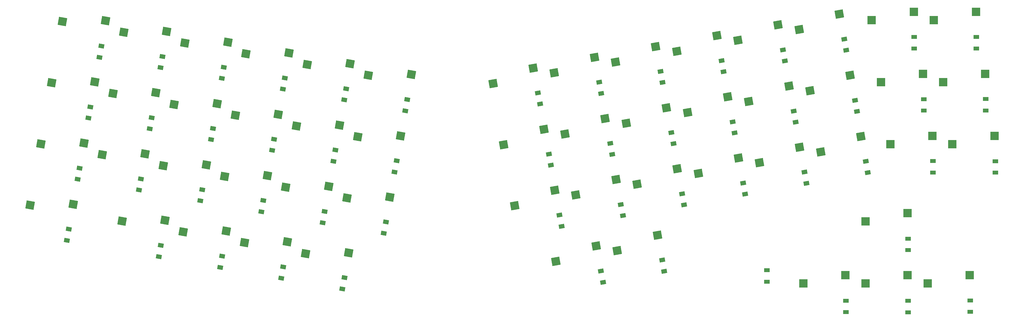
<source format=gbr>
%TF.GenerationSoftware,KiCad,Pcbnew,(6.0.9-0)*%
%TF.CreationDate,2023-02-13T21:26:21+01:00*%
%TF.ProjectId,pcb,7063622e-6b69-4636-9164-5f7063625858,rev?*%
%TF.SameCoordinates,Original*%
%TF.FileFunction,Paste,Bot*%
%TF.FilePolarity,Positive*%
%FSLAX46Y46*%
G04 Gerber Fmt 4.6, Leading zero omitted, Abs format (unit mm)*
G04 Created by KiCad (PCBNEW (6.0.9-0)) date 2023-02-13 21:26:21*
%MOMM*%
%LPD*%
G01*
G04 APERTURE LIST*
G04 Aperture macros list*
%AMRotRect*
0 Rectangle, with rotation*
0 The origin of the aperture is its center*
0 $1 length*
0 $2 width*
0 $3 Rotation angle, in degrees counterclockwise*
0 Add horizontal line*
21,1,$1,$2,0,0,$3*%
G04 Aperture macros list end*
%ADD10RotRect,2.550000X2.500000X10.000000*%
%ADD11R,2.550000X2.500000*%
%ADD12RotRect,2.550000X2.500000X350.000000*%
%ADD13RotRect,1.300000X1.700000X100.000000*%
%ADD14RotRect,1.300000X1.700000X80.000000*%
%ADD15R,1.700000X1.300000*%
G04 APERTURE END LIST*
D10*
%TO.C,MX40*%
X303284531Y-68517926D03*
X315574074Y-63771764D03*
%TD*%
D11*
%TO.C,MX42*%
X343638200Y-66141600D03*
X356565200Y-63601600D03*
%TD*%
%TO.C,MX53*%
X336069000Y-108966000D03*
X348996000Y-106426000D03*
%TD*%
D12*
%TO.C,MX16*%
X86387063Y-50634451D03*
X99558740Y-50377789D03*
%TD*%
%TO.C,MX32*%
X120595783Y-76054771D03*
X133767460Y-75798109D03*
%TD*%
D11*
%TO.C,MX13*%
X318898600Y-28041600D03*
X331825600Y-25501600D03*
%TD*%
D12*
%TO.C,MX15*%
X67631703Y-47322291D03*
X80803380Y-47065629D03*
%TD*%
%TO.C,MX17*%
X105142423Y-53946611D03*
X118314100Y-53689949D03*
%TD*%
D11*
%TO.C,MX52*%
X317019000Y-108966000D03*
X329946000Y-106426000D03*
%TD*%
D10*
%TO.C,MX21*%
X206154931Y-66333526D03*
X218444474Y-61587364D03*
%TD*%
D12*
%TO.C,MX1*%
X70933703Y-28526291D03*
X84105380Y-28269629D03*
%TD*%
%TO.C,MX47*%
X145457302Y-99747890D03*
X158628979Y-99491228D03*
%TD*%
D11*
%TO.C,MX28*%
X340793400Y-47091600D03*
X353720400Y-44551600D03*
%TD*%
D10*
%TO.C,MX8*%
X221659091Y-44225366D03*
X233948634Y-39479204D03*
%TD*%
D12*
%TO.C,MX20*%
X161408503Y-63883091D03*
X174580180Y-63626429D03*
%TD*%
D11*
%TO.C,MX51*%
X297969000Y-108966000D03*
X310896000Y-106426000D03*
%TD*%
D12*
%TO.C,MX5*%
X145914503Y-41734291D03*
X159086180Y-41477629D03*
%TD*%
D10*
%TO.C,MX39*%
X284529171Y-71830086D03*
X296818714Y-67083924D03*
%TD*%
D11*
%TO.C,MX41*%
X324639000Y-66141600D03*
X337566000Y-63601600D03*
%TD*%
D12*
%TO.C,MX29*%
X64329703Y-66118291D03*
X77501380Y-65861629D03*
%TD*%
D11*
%TO.C,MX14*%
X337948600Y-28041600D03*
X350875600Y-25501600D03*
%TD*%
D10*
%TO.C,MX7*%
X202903731Y-47537526D03*
X215193274Y-42791364D03*
%TD*%
%TO.C,MX9*%
X240414451Y-40913206D03*
X252703994Y-36167044D03*
%TD*%
%TO.C,MX11*%
X277925171Y-34288886D03*
X290214714Y-29542724D03*
%TD*%
%TO.C,MX35*%
X209507731Y-85078726D03*
X221797274Y-80332564D03*
%TD*%
%TO.C,MX22*%
X224930611Y-63021366D03*
X237220154Y-58275204D03*
%TD*%
D12*
%TO.C,MX31*%
X101840423Y-72742611D03*
X115012100Y-72485949D03*
%TD*%
D10*
%TO.C,MX26*%
X300033331Y-49772726D03*
X312322874Y-45026564D03*
%TD*%
%TO.C,MX12*%
X296680531Y-30976726D03*
X308970074Y-26230564D03*
%TD*%
%TO.C,MX48*%
X222156931Y-102147526D03*
X234446474Y-97401364D03*
%TD*%
%TO.C,MX10*%
X259169811Y-37601046D03*
X271459354Y-32854884D03*
%TD*%
%TO.C,MX23*%
X243706291Y-59709206D03*
X255995834Y-54963044D03*
%TD*%
%TO.C,MX25*%
X281257651Y-53084886D03*
X293547194Y-48338724D03*
%TD*%
D12*
%TO.C,MX44*%
X89170903Y-89791091D03*
X102342580Y-89534429D03*
%TD*%
D11*
%TO.C,MX50*%
X317019000Y-89916000D03*
X329946000Y-87376000D03*
%TD*%
D12*
%TO.C,MX34*%
X158106503Y-82679091D03*
X171278180Y-82422429D03*
%TD*%
%TO.C,MX46*%
X126695169Y-96428957D03*
X139866846Y-96172295D03*
%TD*%
%TO.C,MX2*%
X89678903Y-31828291D03*
X102850580Y-31571629D03*
%TD*%
%TO.C,MX6*%
X164659703Y-45036291D03*
X177831380Y-44779629D03*
%TD*%
D10*
%TO.C,MX37*%
X247018451Y-78454406D03*
X259307994Y-73708244D03*
%TD*%
%TO.C,MX36*%
X228263091Y-81766566D03*
X240552634Y-77020404D03*
%TD*%
D12*
%TO.C,MX19*%
X142653143Y-60570931D03*
X155824820Y-60314269D03*
%TD*%
%TO.C,MX4*%
X127169303Y-38432291D03*
X140340980Y-38175629D03*
%TD*%
D10*
%TO.C,MX38*%
X265773811Y-75142246D03*
X278063354Y-70396084D03*
%TD*%
%TO.C,MX24*%
X262481971Y-56397046D03*
X274771514Y-51650884D03*
%TD*%
D12*
%TO.C,MX3*%
X108424103Y-35130291D03*
X121595780Y-34873629D03*
%TD*%
%TO.C,MX43*%
X61027703Y-84863491D03*
X74199380Y-84606829D03*
%TD*%
%TO.C,MX45*%
X107933036Y-93110024D03*
X121104713Y-92853362D03*
%TD*%
D11*
%TO.C,MX27*%
X321743400Y-47117000D03*
X334670400Y-44577000D03*
%TD*%
D12*
%TO.C,MX30*%
X83085063Y-69430451D03*
X96256740Y-69173789D03*
%TD*%
%TO.C,MX33*%
X139351143Y-79366931D03*
X152522820Y-79110269D03*
%TD*%
D10*
%TO.C,MX49*%
X240952931Y-98845526D03*
X253242474Y-94099364D03*
%TD*%
D12*
%TO.C,MX18*%
X123897783Y-57258771D03*
X137069460Y-57002109D03*
%TD*%
D13*
%TO.C,D7*%
X217270684Y-53844214D03*
X216662916Y-50397386D03*
%TD*%
D14*
%TO.C,D15*%
X78893316Y-58162214D03*
X79501084Y-54715386D03*
%TD*%
%TO.C,D3*%
X119736516Y-45970214D03*
X120344284Y-42523386D03*
%TD*%
D15*
%TO.C,D42*%
X356819200Y-74902000D03*
X356819200Y-71402000D03*
%TD*%
D14*
%TO.C,D16*%
X97689316Y-61464214D03*
X98297084Y-58017386D03*
%TD*%
D13*
%TO.C,D23*%
X258164684Y-66036214D03*
X257556916Y-62589386D03*
%TD*%
D14*
%TO.C,D45*%
X119228516Y-103983814D03*
X119836284Y-100536986D03*
%TD*%
D13*
%TO.C,D38*%
X280161084Y-81530214D03*
X279553316Y-78083386D03*
%TD*%
%TO.C,D39*%
X298906284Y-78177414D03*
X298298516Y-74730586D03*
%TD*%
%TO.C,D24*%
X276909884Y-62734214D03*
X276302116Y-59287386D03*
%TD*%
%TO.C,D35*%
X223874684Y-91385414D03*
X223266916Y-87938586D03*
%TD*%
%TO.C,D26*%
X314400284Y-56130214D03*
X313792516Y-52683386D03*
%TD*%
D15*
%TO.C,D14*%
X350977200Y-36751200D03*
X350977200Y-33251200D03*
%TD*%
%TO.C,D13*%
X331927200Y-36751200D03*
X331927200Y-33251200D03*
%TD*%
%TO.C,D27*%
X334873600Y-55852000D03*
X334873600Y-52352000D03*
%TD*%
D14*
%TO.C,D1*%
X82246116Y-39467814D03*
X82853884Y-36020986D03*
%TD*%
D15*
%TO.C,D50*%
X330098400Y-98676400D03*
X330098400Y-95176400D03*
%TD*%
D13*
%TO.C,D25*%
X295655084Y-59432214D03*
X295047316Y-55985386D03*
%TD*%
D14*
%TO.C,D29*%
X75591316Y-76958214D03*
X76199084Y-73511386D03*
%TD*%
%TO.C,D4*%
X138481716Y-49272214D03*
X139089484Y-45825386D03*
%TD*%
D15*
%TO.C,D52*%
X330047600Y-117777200D03*
X330047600Y-114277200D03*
%TD*%
D14*
%TO.C,D47*%
X156718916Y-110587814D03*
X157326684Y-107140986D03*
%TD*%
D13*
%TO.C,D8*%
X236015884Y-50593014D03*
X235408116Y-47146186D03*
%TD*%
%TO.C,D10*%
X273557084Y-43938214D03*
X272949316Y-40491386D03*
%TD*%
D14*
%TO.C,D31*%
X113132516Y-83562214D03*
X113740284Y-80115386D03*
%TD*%
%TO.C,D18*%
X135179716Y-68068214D03*
X135787484Y-64621386D03*
%TD*%
D15*
%TO.C,D54*%
X286816800Y-108379200D03*
X286816800Y-104879200D03*
%TD*%
D13*
%TO.C,D37*%
X261415884Y-84832214D03*
X260808116Y-81385386D03*
%TD*%
D14*
%TO.C,D20*%
X172720916Y-74723014D03*
X173328684Y-71276186D03*
%TD*%
%TO.C,D5*%
X157277716Y-52574214D03*
X157885484Y-49127386D03*
%TD*%
D13*
%TO.C,D36*%
X242670684Y-88134214D03*
X242062916Y-84687386D03*
%TD*%
D14*
%TO.C,D32*%
X131877716Y-86915014D03*
X132485484Y-83468186D03*
%TD*%
D13*
%TO.C,D40*%
X317702284Y-74875414D03*
X317094516Y-71428586D03*
%TD*%
%TO.C,D9*%
X254811884Y-47240214D03*
X254204116Y-43793386D03*
%TD*%
D14*
%TO.C,D19*%
X153975716Y-71421014D03*
X154583484Y-67974186D03*
%TD*%
D15*
%TO.C,D41*%
X337718400Y-74851200D03*
X337718400Y-71351200D03*
%TD*%
D14*
%TO.C,D34*%
X169418916Y-93519014D03*
X170026684Y-90072186D03*
%TD*%
D13*
%TO.C,D21*%
X220623484Y-72640214D03*
X220015716Y-69193386D03*
%TD*%
D14*
%TO.C,D2*%
X100940516Y-42668214D03*
X101548284Y-39221386D03*
%TD*%
D13*
%TO.C,D49*%
X255319884Y-105203014D03*
X254712116Y-101756186D03*
%TD*%
%TO.C,D48*%
X236574684Y-108555814D03*
X235966916Y-105108986D03*
%TD*%
%TO.C,D22*%
X239419484Y-69338214D03*
X238811716Y-65891386D03*
%TD*%
D14*
%TO.C,D43*%
X72289316Y-95703414D03*
X72897084Y-92256586D03*
%TD*%
%TO.C,D17*%
X116434516Y-64766214D03*
X117042284Y-61319386D03*
%TD*%
%TO.C,D33*%
X150673716Y-90267814D03*
X151281484Y-86820986D03*
%TD*%
D13*
%TO.C,D12*%
X311098284Y-37334214D03*
X310490516Y-33887386D03*
%TD*%
D15*
%TO.C,D28*%
X353872800Y-55801200D03*
X353872800Y-52301200D03*
%TD*%
D14*
%TO.C,D6*%
X175972116Y-55927014D03*
X176579884Y-52480186D03*
%TD*%
D15*
%TO.C,D51*%
X310997600Y-117726400D03*
X310997600Y-114226400D03*
%TD*%
%TO.C,D53*%
X349097600Y-117675600D03*
X349097600Y-114175600D03*
%TD*%
D14*
%TO.C,D30*%
X94336516Y-80260214D03*
X94944284Y-76813386D03*
%TD*%
%TO.C,D44*%
X100483316Y-100681814D03*
X101091084Y-97234986D03*
%TD*%
%TO.C,D46*%
X137973716Y-107285814D03*
X138581484Y-103838986D03*
%TD*%
D13*
%TO.C,D11*%
X292302284Y-40636214D03*
X291694516Y-37189386D03*
%TD*%
M02*

</source>
